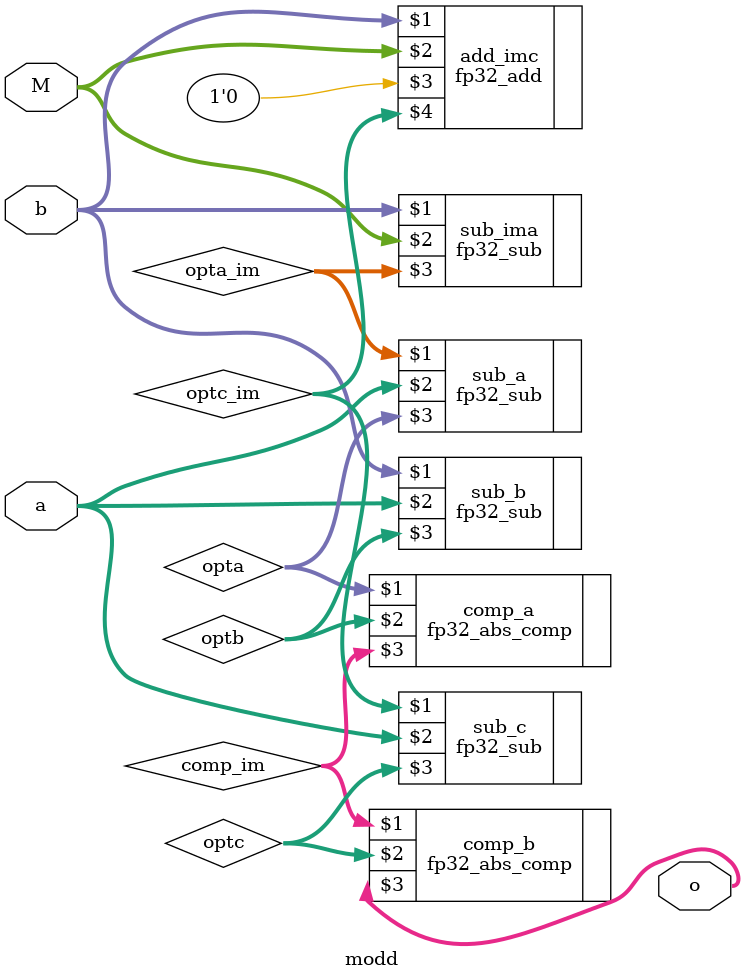
<source format=v>
`timescale 1ns / 1ps


module modd(
    input [31:0] a,
    input [31:0] b,
    input [31:0] M,
    output [31:0] o
    );
    //opts = [(b-M)-a, b-a, (b+M)-a]
    
    wire [31:0] opta;
    wire [31:0] opta_im;
    wire [31:0] optb;
    wire [31:0] optc;
    wire [31:0] optc_im;
    
    wire [31:0] comp_im;
    
    fp32_sub sub_ima(b,M,opta_im);
    fp32_sub sub_a(opta_im,a,opta);
    
    fp32_sub sub_b(b,a,optb);
    
    fp32_add add_imc(b,M,1'b0,optc_im);
    fp32_sub sub_c(optc_im,a,optc);
    
    fp32_abs_comp comp_a(opta,optb,comp_im);
    fp32_abs_comp comp_b(comp_im,optc,o);
    
    
endmodule

</source>
